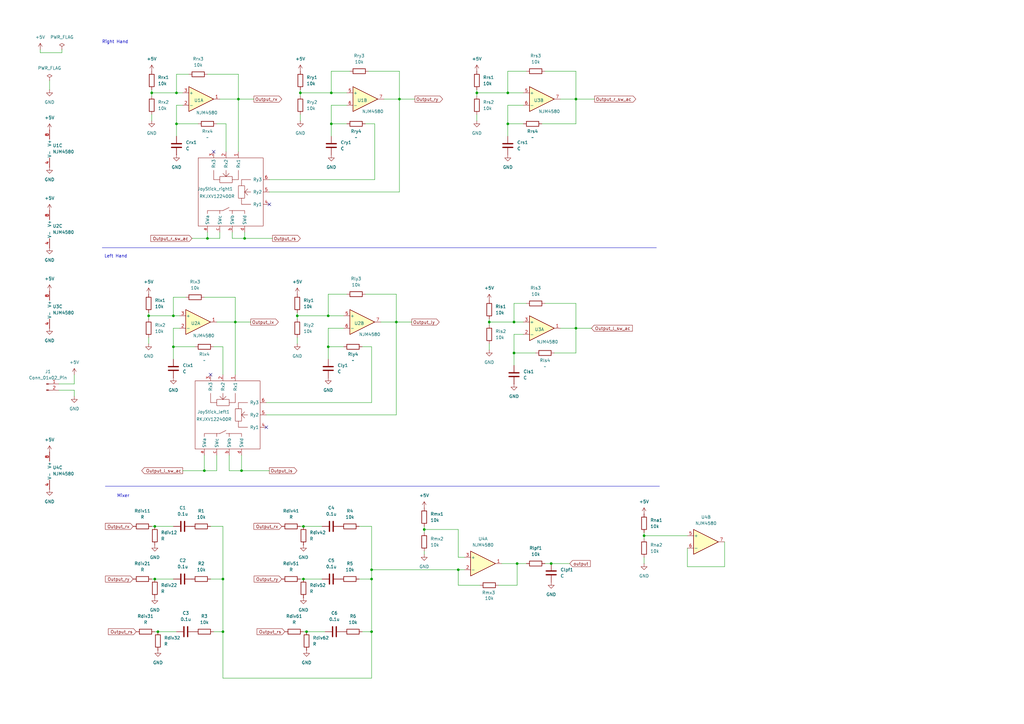
<source format=kicad_sch>
(kicad_sch (version 20231120) (generator "eeschema") (generator_version "8.0")
  (paper "A3")
  (lib_symbols
    (symbol "Amplifier_Operational:NJM4580" (pin_names (offset 0.127))
      (property "Reference" "U" (at 0 5.08 0))
      (property "Value" "NJM4580" (at 0 -5.08 0))
      (symbol "NJM4580_1_1"
        (pin output line (at 7.62 0 180) (length 2.54) (name "~") (number "1"))
        (pin input line (at -7.62 -2.54 0) (length 2.54) (name "-") (number "2"))
        (pin input line (at -7.62 2.54 0) (length 2.54) (name "+") (number "3"))
      )
      (symbol "NJM4580_2_1"
        (pin input line (at -7.62 2.54 0) (length 2.54) (name "+") (number "5"))
        (pin input line (at -7.62 -2.54 0) (length 2.54) (name "-") (number "6"))
        (pin output line (at 7.62 0 180) (length 2.54) (name "~") (number "7"))
      )
      (symbol "NJM4580_3_1"
        (pin power_in line (at -2.54 -7.62 90) (length 3.81) (name "V-") (number "4"))
        (pin power_in line (at -2.54 7.62 270) (length 3.81) (name "V+") (number "8"))
      )
    )
    (symbol "Connector:Conn_01x02_Pin" (pin_names (offset 1.016) hide)
      (property "Reference" "J" (at 0 2.54 0))
      (property "Value" "Conn_01x02_Pin" (at 0 -5.08 0))
      (symbol "Conn_01x02_Pin_1_1"
        (pin passive line (at 5.08 0 180) (length 3.81) (name "Pin_1") (number "1"))
        (pin passive line (at 5.08 -2.54 180) (length 3.81) (name "Pin_2") (number "2"))
      )
    )
    (symbol "Device:C" (pin_numbers hide) (pin_names (offset 0.254))
      (property "Reference" "C" (at 0.635 2.54 0))
      (property "Value" "C" (at 0.635 -2.54 0))
      (symbol "C_1_1"
        (pin passive line (at 0 3.81 270) (length 2.794) (name "~") (number "1"))
        (pin passive line (at 0 -3.81 90) (length 2.794) (name "~") (number "2"))
      )
    )
    (symbol "Device:R" (pin_numbers hide) (pin_names (offset 0))
      (property "Reference" "R" (at 2.032 0 90))
      (property "Value" "R" (at 0 0 90))
      (symbol "R_1_1"
        (pin passive line (at 0 3.81 270) (length 1.27) (name "~") (number "1"))
        (pin passive line (at 0 -3.81 90) (length 1.27) (name "~") (number "2"))
      )
    )
    (symbol "joystick:RKJXV122400R"
      (property "Reference" "U" (at -4.318 1.27 0))
      (property "Value" "RKJXV122400R" (at -3.048 -1.778 0))
      (symbol "RKJXV122400R_1_1"
        (pin passive line (at 5.08 16.51 270) (length 2.54) (name "Rx1") (number "1"))
        (pin passive line (at 0 16.51 270) (length 2.54) (name "Rx2") (number "2"))
        (pin passive line (at -5.08 16.51 270) (length 2.54) (name "Rx3") (number "3"))
        (pin passive line (at 17.78 -5.08 180) (length 2.54) (name "Ry1") (number "4"))
        (pin passive line (at 17.78 0 180) (length 2.54) (name "Ry2") (number "5"))
        (pin passive line (at 17.78 5.08 180) (length 2.54) (name "Ry3") (number "6"))
        (pin passive line (at -7.62 -16.51 90) (length 2.54) (name "SWa") (number "a"))
        (pin passive line (at 2.54 -16.51 90) (length 2.54) (name "SWb") (number "b"))
        (pin passive line (at -2.54 -16.51 90) (length 2.54) (name "SWc") (number "c"))
        (pin passive line (at 7.62 -16.51 90) (length 2.54) (name "SWd") (number "d"))
      )
    )
    (symbol "power:+5V" (power) (pin_numbers hide) (pin_names (offset 0) hide)
      (property "Value" "+5V" (at 0 3.556 0))
      (symbol "+5V_1_1"
        (pin power_in line (at 0 0 90) (length 0) (name "~") (number "1"))
      )
    )
    (symbol "power:GND" (power) (pin_numbers hide) (pin_names (offset 0) hide)
      (property "Value" "GND" (at 0 -3.81 0))
      (symbol "GND_1_1"
        (pin power_in line (at 0 0 270) (length 0) (name "~") (number "1"))
      )
    )
    (symbol "power:PWR_FLAG" (power) (pin_numbers hide) (pin_names (offset 0) hide)
      (property "Value" "PWR_FLAG" (at 0 3.81 0))
      (symbol "PWR_FLAG_0_0"
        (pin power_out line (at 0 0 90) (length 0) (name "~") (number "1"))
      )
    )
  )
  (junction (at 236.22 40.64))
  (junction (at 83.82 193.04))
  (junction (at 124.46 237.49))
  (junction (at 72.39 38.1))
  (junction (at 60.96 129.54))
  (junction (at 162.56 132.08))
  (junction (at 135.89 50.8))
  (junction (at 264.16 219.71))
  (junction (at 72.39 50.8))
  (junction (at 226.06 231.14))
  (junction (at 208.28 38.1))
  (junction (at 91.44 259.08))
  (junction (at 99.06 193.04))
  (junction (at 64.77 259.08))
  (junction (at 152.4 259.08))
  (junction (at 152.4 233.68))
  (junction (at 163.83 40.64))
  (junction (at 121.92 129.54))
  (junction (at 195.58 38.1))
  (junction (at 62.23 38.1))
  (junction (at 212.09 231.14))
  (junction (at 134.62 129.54))
  (junction (at 152.4 237.49))
  (junction (at 100.33 97.79))
  (junction (at 210.82 132.08))
  (junction (at 236.22 134.62))
  (junction (at 173.99 217.17))
  (junction (at 63.5 237.49))
  (junction (at 97.79 40.64))
  (junction (at 135.89 38.1))
  (junction (at 134.62 142.24))
  (junction (at 71.12 129.54))
  (junction (at 91.44 237.49))
  (junction (at 96.52 132.08))
  (junction (at 208.28 50.8))
  (junction (at 85.09 97.79))
  (junction (at 124.46 215.9))
  (junction (at 71.12 142.24))
  (junction (at 125.73 259.08))
  (junction (at 210.82 144.78))
  (junction (at 123.19 38.1))
  (junction (at 200.66 132.08))
  (junction (at 63.5 215.9))
  (junction (at 187.96 233.68))
  (no_connect (at 109.22 175.26))
  (no_connect (at 87.63 62.23))
  (no_connect (at 110.49 83.82))
  (no_connect (at 86.36 153.67))
  (wire (pts (xy 134.62 142.24) (xy 140.97 142.24)))
  (wire (pts (xy 125.73 259.08) (xy 124.46 259.08)))
  (wire (pts (xy 163.83 40.64) (xy 163.83 78.74)))
  (wire (pts (xy 264.16 218.44) (xy 264.16 219.71)))
  (wire (pts (xy 16.51 21.59) (xy 25.4 21.59)))
  (wire (pts (xy 124.46 237.49) (xy 132.08 237.49)))
  (wire (pts (xy 215.9 124.46) (xy 210.82 124.46)))
  (wire (pts (xy 90.17 97.79) (xy 90.17 95.25)))
  (wire (pts (xy 96.52 132.08) (xy 96.52 153.67)))
  (wire (pts (xy 204.47 240.03) (xy 212.09 240.03)))
  (polyline (pts (xy 41.91 101.6) (xy 269.24 101.6)))
  (wire (pts (xy 63.5 237.49) (xy 62.23 237.49)))
  (wire (pts (xy 156.21 132.08) (xy 162.56 132.08)))
  (polyline (pts (xy 43.18 199.39) (xy 270.51 199.39)))
  (wire (pts (xy 195.58 36.83) (xy 195.58 38.1)))
  (wire (pts (xy 91.44 237.49) (xy 91.44 259.08)))
  (wire (pts (xy 20.32 33.02) (xy 20.32 36.83)))
  (wire (pts (xy 109.22 165.1) (xy 152.4 165.1)))
  (wire (pts (xy 149.86 120.65) (xy 162.56 120.65)))
  (wire (pts (xy 187.96 233.68) (xy 187.96 240.03)))
  (wire (pts (xy 223.52 29.21) (xy 236.22 29.21)))
  (wire (pts (xy 123.19 46.99) (xy 123.19 49.53)))
  (wire (pts (xy 72.39 38.1) (xy 74.93 38.1)))
  (wire (pts (xy 190.5 233.68) (xy 187.96 233.68)))
  (wire (pts (xy 124.46 215.9) (xy 132.08 215.9)))
  (wire (pts (xy 72.39 50.8) (xy 81.28 50.8)))
  (wire (pts (xy 71.12 142.24) (xy 80.01 142.24)))
  (wire (pts (xy 62.23 38.1) (xy 62.23 39.37)))
  (wire (pts (xy 297.18 222.25) (xy 297.18 232.41)))
  (wire (pts (xy 110.49 73.66) (xy 153.67 73.66)))
  (wire (pts (xy 71.12 134.62) (xy 71.12 142.24)))
  (wire (pts (xy 134.62 134.62) (xy 134.62 142.24)))
  (wire (pts (xy 60.96 129.54) (xy 71.12 129.54)))
  (wire (pts (xy 30.48 157.48) (xy 30.48 153.67)))
  (wire (pts (xy 187.96 233.68) (xy 152.4 233.68)))
  (wire (pts (xy 134.62 129.54) (xy 140.97 129.54)))
  (wire (pts (xy 236.22 29.21) (xy 236.22 40.64)))
  (wire (pts (xy 236.22 144.78) (xy 236.22 134.62)))
  (wire (pts (xy 148.59 259.08) (xy 152.4 259.08)))
  (wire (pts (xy 223.52 231.14) (xy 226.06 231.14)))
  (wire (pts (xy 123.19 38.1) (xy 123.19 39.37)))
  (wire (pts (xy 83.82 193.04) (xy 88.9 193.04)))
  (wire (pts (xy 25.4 20.32) (xy 25.4 21.59)))
  (wire (pts (xy 91.44 278.13) (xy 152.4 278.13)))
  (wire (pts (xy 125.73 259.08) (xy 133.35 259.08)))
  (wire (pts (xy 264.16 228.6) (xy 264.16 231.14)))
  (wire (pts (xy 223.52 124.46) (xy 236.22 124.46)))
  (wire (pts (xy 24.13 160.02) (xy 30.48 160.02)))
  (wire (pts (xy 85.09 97.79) (xy 90.17 97.79)))
  (wire (pts (xy 77.47 30.48) (xy 72.39 30.48)))
  (wire (pts (xy 30.48 160.02) (xy 30.48 162.56)))
  (wire (pts (xy 24.13 157.48) (xy 30.48 157.48)))
  (wire (pts (xy 208.28 38.1) (xy 214.63 38.1)))
  (wire (pts (xy 236.22 124.46) (xy 236.22 134.62)))
  (wire (pts (xy 99.06 193.04) (xy 110.49 193.04)))
  (wire (pts (xy 200.66 140.97) (xy 200.66 143.51)))
  (wire (pts (xy 281.94 232.41) (xy 297.18 232.41)))
  (wire (pts (xy 91.44 142.24) (xy 91.44 153.67)))
  (wire (pts (xy 214.63 137.16) (xy 210.82 137.16)))
  (wire (pts (xy 60.96 138.43) (xy 60.96 140.97)))
  (wire (pts (xy 236.22 134.62) (xy 242.57 134.62)))
  (wire (pts (xy 91.44 215.9) (xy 91.44 237.49)))
  (wire (pts (xy 135.89 38.1) (xy 142.24 38.1)))
  (wire (pts (xy 92.71 50.8) (xy 92.71 62.23)))
  (wire (pts (xy 200.66 132.08) (xy 200.66 133.35)))
  (wire (pts (xy 64.77 259.08) (xy 63.5 259.08)))
  (wire (pts (xy 88.9 193.04) (xy 88.9 186.69)))
  (wire (pts (xy 151.13 29.21) (xy 163.83 29.21)))
  (wire (pts (xy 96.52 121.92) (xy 96.52 132.08)))
  (wire (pts (xy 152.4 237.49) (xy 152.4 259.08)))
  (wire (pts (xy 83.82 121.92) (xy 96.52 121.92)))
  (wire (pts (xy 152.4 215.9) (xy 152.4 233.68)))
  (wire (pts (xy 72.39 30.48) (xy 72.39 38.1)))
  (wire (pts (xy 93.98 186.69) (xy 93.98 193.04)))
  (wire (pts (xy 173.99 217.17) (xy 173.99 218.44)))
  (wire (pts (xy 212.09 231.14) (xy 215.9 231.14)))
  (wire (pts (xy 152.4 233.68) (xy 152.4 237.49)))
  (wire (pts (xy 123.19 36.83) (xy 123.19 38.1)))
  (wire (pts (xy 121.92 128.27) (xy 121.92 129.54)))
  (wire (pts (xy 16.51 20.32) (xy 16.51 21.59)))
  (wire (pts (xy 163.83 40.64) (xy 170.18 40.64)))
  (wire (pts (xy 195.58 46.99) (xy 195.58 49.53)))
  (wire (pts (xy 124.46 215.9) (xy 123.19 215.9)))
  (wire (pts (xy 214.63 43.18) (xy 208.28 43.18)))
  (wire (pts (xy 71.12 121.92) (xy 71.12 129.54)))
  (wire (pts (xy 64.77 259.08) (xy 72.39 259.08)))
  (wire (pts (xy 173.99 215.9) (xy 173.99 217.17)))
  (wire (pts (xy 100.33 97.79) (xy 100.33 95.25)))
  (wire (pts (xy 88.9 50.8) (xy 92.71 50.8)))
  (wire (pts (xy 60.96 128.27) (xy 60.96 129.54)))
  (wire (pts (xy 72.39 50.8) (xy 72.39 55.88)))
  (wire (pts (xy 60.96 129.54) (xy 60.96 130.81)))
  (wire (pts (xy 229.87 40.64) (xy 236.22 40.64)))
  (wire (pts (xy 162.56 120.65) (xy 162.56 132.08)))
  (wire (pts (xy 208.28 29.21) (xy 208.28 38.1)))
  (wire (pts (xy 229.87 134.62) (xy 236.22 134.62)))
  (wire (pts (xy 86.36 237.49) (xy 91.44 237.49)))
  (wire (pts (xy 63.5 215.9) (xy 62.23 215.9)))
  (wire (pts (xy 140.97 134.62) (xy 134.62 134.62)))
  (wire (pts (xy 153.67 50.8) (xy 149.86 50.8)))
  (wire (pts (xy 63.5 237.49) (xy 71.12 237.49)))
  (wire (pts (xy 210.82 137.16) (xy 210.82 144.78)))
  (wire (pts (xy 96.52 132.08) (xy 102.87 132.08)))
  (wire (pts (xy 95.25 97.79) (xy 100.33 97.79)))
  (wire (pts (xy 147.32 215.9) (xy 152.4 215.9)))
  (wire (pts (xy 210.82 132.08) (xy 214.63 132.08)))
  (wire (pts (xy 208.28 50.8) (xy 214.63 50.8)))
  (wire (pts (xy 152.4 142.24) (xy 148.59 142.24)))
  (wire (pts (xy 142.24 120.65) (xy 134.62 120.65)))
  (wire (pts (xy 134.62 120.65) (xy 134.62 129.54)))
  (wire (pts (xy 153.67 50.8) (xy 153.67 73.66)))
  (wire (pts (xy 97.79 40.64) (xy 97.79 62.23)))
  (wire (pts (xy 187.96 240.03) (xy 196.85 240.03)))
  (wire (pts (xy 157.48 40.64) (xy 163.83 40.64)))
  (wire (pts (xy 93.98 193.04) (xy 99.06 193.04)))
  (wire (pts (xy 62.23 38.1) (xy 72.39 38.1)))
  (wire (pts (xy 236.22 40.64) (xy 236.22 50.8)))
  (wire (pts (xy 86.36 215.9) (xy 91.44 215.9)))
  (wire (pts (xy 163.83 29.21) (xy 163.83 40.64)))
  (wire (pts (xy 215.9 29.21) (xy 208.28 29.21)))
  (wire (pts (xy 187.96 217.17) (xy 187.96 228.6)))
  (wire (pts (xy 97.79 30.48) (xy 97.79 40.64)))
  (wire (pts (xy 121.92 138.43) (xy 121.92 140.97)))
  (wire (pts (xy 173.99 217.17) (xy 187.96 217.17)))
  (wire (pts (xy 85.09 30.48) (xy 97.79 30.48)))
  (wire (pts (xy 71.12 129.54) (xy 73.66 129.54)))
  (wire (pts (xy 76.2 121.92) (xy 71.12 121.92)))
  (wire (pts (xy 200.66 132.08) (xy 210.82 132.08)))
  (wire (pts (xy 236.22 40.64) (xy 243.84 40.64)))
  (wire (pts (xy 264.16 219.71) (xy 264.16 220.98)))
  (wire (pts (xy 124.46 237.49) (xy 123.19 237.49)))
  (wire (pts (xy 110.49 78.74) (xy 163.83 78.74)))
  (wire (pts (xy 123.19 38.1) (xy 135.89 38.1)))
  (wire (pts (xy 152.4 142.24) (xy 152.4 165.1)))
  (wire (pts (xy 162.56 132.08) (xy 162.56 170.18)))
  (wire (pts (xy 173.99 226.06) (xy 173.99 227.33)))
  (wire (pts (xy 100.33 97.79) (xy 111.76 97.79)))
  (wire (pts (xy 87.63 142.24) (xy 91.44 142.24)))
  (wire (pts (xy 121.92 129.54) (xy 121.92 130.81)))
  (wire (pts (xy 85.09 97.79) (xy 85.09 95.25)))
  (wire (pts (xy 210.82 144.78) (xy 210.82 149.86)))
  (wire (pts (xy 71.12 142.24) (xy 71.12 147.32)))
  (wire (pts (xy 152.4 278.13) (xy 152.4 259.08)))
  (wire (pts (xy 95.25 95.25) (xy 95.25 97.79)))
  (wire (pts (xy 226.06 231.14) (xy 233.68 231.14)))
  (wire (pts (xy 227.33 144.78) (xy 236.22 144.78)))
  (wire (pts (xy 205.74 231.14) (xy 212.09 231.14)))
  (wire (pts (xy 195.58 38.1) (xy 208.28 38.1)))
  (wire (pts (xy 208.28 43.18) (xy 208.28 50.8)))
  (wire (pts (xy 134.62 142.24) (xy 134.62 147.32)))
  (wire (pts (xy 143.51 29.21) (xy 135.89 29.21)))
  (wire (pts (xy 210.82 144.78) (xy 219.71 144.78)))
  (wire (pts (xy 147.32 237.49) (xy 152.4 237.49)))
  (wire (pts (xy 91.44 259.08) (xy 91.44 278.13)))
  (wire (pts (xy 90.17 40.64) (xy 97.79 40.64)))
  (wire (pts (xy 121.92 129.54) (xy 134.62 129.54)))
  (wire (pts (xy 72.39 43.18) (xy 72.39 50.8)))
  (wire (pts (xy 83.82 186.69) (xy 83.82 193.04)))
  (wire (pts (xy 195.58 38.1) (xy 195.58 39.37)))
  (wire (pts (xy 135.89 29.21) (xy 135.89 38.1)))
  (wire (pts (xy 109.22 170.18) (xy 162.56 170.18)))
  (wire (pts (xy 135.89 50.8) (xy 142.24 50.8)))
  (wire (pts (xy 73.66 134.62) (xy 71.12 134.62)))
  (wire (pts (xy 210.82 124.46) (xy 210.82 132.08)))
  (wire (pts (xy 208.28 50.8) (xy 208.28 55.88)))
  (wire (pts (xy 187.96 228.6) (xy 190.5 228.6)))
  (wire (pts (xy 162.56 132.08) (xy 168.91 132.08)))
  (wire (pts (xy 135.89 50.8) (xy 135.89 55.88)))
  (wire (pts (xy 74.93 193.04) (xy 83.82 193.04)))
  (wire (pts (xy 135.89 43.18) (xy 135.89 50.8)))
  (wire (pts (xy 88.9 132.08) (xy 96.52 132.08)))
  (wire (pts (xy 200.66 130.81) (xy 200.66 132.08)))
  (wire (pts (xy 212.09 240.03) (xy 212.09 231.14)))
  (wire (pts (xy 281.94 224.79) (xy 281.94 232.41)))
  (wire (pts (xy 142.24 43.18) (xy 135.89 43.18)))
  (wire (pts (xy 62.23 46.99) (xy 62.23 49.53)))
  (wire (pts (xy 74.93 43.18) (xy 72.39 43.18)))
  (wire (pts (xy 62.23 36.83) (xy 62.23 38.1)))
  (wire (pts (xy 87.63 259.08) (xy 91.44 259.08)))
  (wire (pts (xy 97.79 40.64) (xy 104.14 40.64)))
  (wire (pts (xy 99.06 186.69) (xy 99.06 193.04)))
  (wire (pts (xy 222.25 50.8) (xy 236.22 50.8)))
  (wire (pts (xy 78.74 97.79) (xy 85.09 97.79)))
  (wire (pts (xy 63.5 215.9) (xy 71.12 215.9)))
  (wire (pts (xy 264.16 219.71) (xy 281.94 219.71)))
  (text "Mixer" (at 50.546 203.454 0) (effects (font (size 1.27 1.27))))
  (text "Left Hand" (at 47.498 105.156 0) (effects (font (size 1.27 1.27))))
  (text "Right Hand" (exclude_from_sim yes) (at 47.244 17.272 0) (effects (font (size 1.27 1.27))))
  (global_label "output" (shape input) (at 233.68 231.14 0) (property "Intersheetrefs" "${INTERSHEET_REFS}" (effects (hide yes))))
  (global_label "Output_l_sw_ac" (shape input) (at 242.57 134.62 0) (property "Intersheetrefs" "${INTERSHEET_REFS}" (effects (hide yes))))
  (global_label "Output_rs" (shape input) (at 116.84 259.08 180) (property "Intersheetrefs" "${INTERSHEET_REFS}" (effects (hide yes))))
  (global_label "Output_rx" (shape output) (at 104.14 40.64 0) (property "Intersheetrefs" "${INTERSHEET_REFS}" (effects (hide yes))))
  (global_label "Output_rx" (shape input) (at 115.57 215.9 180) (property "Intersheetrefs" "${INTERSHEET_REFS}" (effects (hide yes))))
  (global_label "Output_ls" (shape output) (at 110.49 193.04 0) (property "Intersheetrefs" "${INTERSHEET_REFS}" (effects (hide yes))))
  (global_label "Output_ly" (shape output) (at 168.91 132.08 0) (property "Intersheetrefs" "${INTERSHEET_REFS}" (effects (hide yes))))
  (global_label "Output_rx" (shape input) (at 54.61 215.9 180) (property "Intersheetrefs" "${INTERSHEET_REFS}" (effects (hide yes))))
  (global_label "Output_rs" (shape input) (at 55.88 259.08 180) (property "Intersheetrefs" "${INTERSHEET_REFS}" (effects (hide yes))))
  (global_label "Output_lx" (shape output) (at 102.87 132.08 0) (property "Intersheetrefs" "${INTERSHEET_REFS}" (effects (hide yes))))
  (global_label "Output_ry" (shape output) (at 170.18 40.64 0) (property "Intersheetrefs" "${INTERSHEET_REFS}" (effects (hide yes))))
  (global_label "Output_l_sw_ac" (shape output) (at 74.93 193.04 180) (property "Intersheetrefs" "${INTERSHEET_REFS}" (effects (hide yes))))
  (global_label "Output_r_sw_ac" (shape output) (at 243.84 40.64 0) (property "Intersheetrefs" "${INTERSHEET_REFS}" (effects (hide yes))))
  (global_label "Output_rs" (shape output) (at 111.76 97.79 0) (property "Intersheetrefs" "${INTERSHEET_REFS}" (effects (hide yes))))
  (global_label "Output_r_sw_ac" (shape input) (at 78.74 97.79 180) (property "Intersheetrefs" "${INTERSHEET_REFS}" (effects (hide yes))))
  (global_label "Output_ry" (shape input) (at 115.57 237.49 180) (property "Intersheetrefs" "${INTERSHEET_REFS}" (effects (hide yes))))
  (global_label "Output_ry" (shape input) (at 54.61 237.49 180) (property "Intersheetrefs" "${INTERSHEET_REFS}" (effects (hide yes))))
  (symbol (lib_id "power:GND") (at 200.66 143.51 0) (unit 1)
    (property "Reference" "#PWR018" (effects (hide yes)))
    (property "Value" "GND" (at 200.66 148.59 0))
    (property "Description" "Power symbol creates a global label with name \"GND\" , ground" (effects (hide yes)))
  )
  (symbol (lib_id "power:GND") (at 64.77 266.7 0) (unit 1)
    (property "Reference" "#PWR037" (effects (hide yes)))
    (property "Value" "GND" (at 64.77 271.78 0))
    (property "Description" "Power symbol creates a global label with name \"GND\" , ground" (effects (hide yes)))
  )
  (symbol (lib_id "Device:R") (at 200.66 240.03 270) (unit 1)
    (property "Reference" "Rmx3" (at 200.406 243.078 90))
    (property "Value" "10k" (at 200.66 245.364 90))
    (property "Footprint" "Resistor_THT:R_Axial_DIN0207_L6.3mm_D2.5mm_P7.62mm_Horizontal" (effects (hide yes)))
    (property "Description" "Resistor" (effects (hide yes)))
  )
  (symbol (lib_id "Device:R") (at 223.52 144.78 90) (unit 1)
    (property "Reference" "Rls4" (at 223.52 147.828 90))
    (property "Value" "~" (at 223.52 150.368 90))
    (property "Footprint" "Resistor_THT:R_Axial_DIN0207_L6.3mm_D2.5mm_P7.62mm_Horizontal" (effects (hide yes)))
    (property "Description" "Resistor" (effects (hide yes)))
  )
  (symbol (lib_id "power:GND") (at 134.62 154.94 0) (unit 1)
    (property "Reference" "#PWR016" (effects (hide yes)))
    (property "Value" "GND" (at 134.62 160.02 0))
    (property "Description" "Power symbol creates a global label with name \"GND\" , ground" (effects (hide yes)))
  )
  (symbol (lib_id "power:PWR_FLAG") (at 20.32 33.02 0) (unit 1)
    (property "Reference" "#FLG02" (effects (hide yes)))
    (property "Value" "PWR_FLAG" (at 20.32 27.94 0))
    (property "Description" "Special symbol for telling ERC where power comes from" (effects (hide yes)))
  )
  (symbol (lib_id "power:GND") (at 60.96 140.97 0) (unit 1)
    (property "Reference" "#PWR09" (effects (hide yes)))
    (property "Value" "GND" (at 60.96 146.05 0))
    (property "Description" "Power symbol creates a global label with name \"GND\" , ground" (effects (hide yes)))
  )
  (symbol (lib_id "power:+5V") (at 173.99 208.28 0) (unit 1)
    (property "Reference" "#PWR031" (effects (hide yes)))
    (property "Value" "+5V" (at 173.99 203.2 0))
    (property "Description" "Power symbol creates a global label with name \"+5V\"" (effects (hide yes)))
  )
  (symbol (lib_id "Device:R") (at 144.78 142.24 90) (unit 1)
    (property "Reference" "Rly4" (at 144.78 145.288 90))
    (property "Value" "~" (at 144.78 147.828 90))
    (property "Footprint" "Resistor_THT:R_Axial_DIN0207_L6.3mm_D2.5mm_P7.62mm_Horizontal" (effects (hide yes)))
    (property "Description" "Resistor" (effects (hide yes)))
  )
  (symbol (lib_id "Amplifier_Operational:NJM4580") (at 82.55 40.64 0) (unit 1)
    (property "Reference" "U1" (at 81.534 41.148 0))
    (property "Value" "NJM4580" (at 84.836 46.228 0))
    (property "Footprint" "Package_DIP:DIP-8_W7.62mm" (effects (hide yes)))
    (property "Datasheet" "http://www.njr.com/semicon/PDF/NJM4580_E.pdf" (effects (hide yes)))
    (property "Description" "Dual Operational Amplifier, DIP-8/DMP-8/SIP-8/MSOP-8/SOP-8/SSOP-8" (effects (hide yes)))
  )
  (symbol (lib_id "power:GND") (at 20.32 101.6 0) (unit 1)
    (property "Reference" "#PWR024" (effects (hide yes)))
    (property "Value" "GND" (at 20.32 106.68 0))
    (property "Description" "Power symbol creates a global label with name \"GND\" , ground" (effects (hide yes)))
  )
  (symbol (lib_id "Device:R") (at 219.71 29.21 90) (unit 1)
    (property "Reference" "Rrs3" (at 219.71 22.86 90))
    (property "Value" "10k" (at 219.71 25.4 90))
    (property "Footprint" "Resistor_THT:R_Axial_DIN0207_L6.3mm_D2.5mm_P7.62mm_Horizontal" (effects (hide yes)))
    (property "Description" "Resistor" (effects (hide yes)))
  )
  (symbol (lib_id "power:+5V") (at 121.92 120.65 0) (unit 1)
    (property "Reference" "#PWR014" (effects (hide yes)))
    (property "Value" "+5V" (at 121.92 115.57 0))
    (property "Description" "Power symbol creates a global label with name \"+5V\"" (effects (hide yes)))
  )
  (symbol (lib_id "power:GND") (at 208.28 63.5 0) (unit 1)
    (property "Reference" "#PWR022" (effects (hide yes)))
    (property "Value" "GND" (at 208.28 68.58 0))
    (property "Description" "Power symbol creates a global label with name \"GND\" , ground" (effects (hide yes)))
  )
  (symbol (lib_id "power:+5V") (at 20.32 119.38 0) (unit 1)
    (property "Reference" "#PWR025" (effects (hide yes)))
    (property "Value" "+5V" (at 20.32 114.3 0))
    (property "Description" "Power symbol creates a global label with name \"+5V\"" (effects (hide yes)))
  )
  (symbol (lib_id "Device:R") (at 146.05 50.8 90) (unit 1)
    (property "Reference" "Rry4" (at 146.05 53.848 90))
    (property "Value" "~" (at 146.05 56.388 90))
    (property "Footprint" "Resistor_THT:R_Axial_DIN0207_L6.3mm_D2.5mm_P7.62mm_Horizontal" (effects (hide yes)))
    (property "Description" "Resistor" (effects (hide yes)))
  )
  (symbol (lib_id "Device:C") (at 76.2 259.08 90) (unit 1)
    (property "Reference" "C3" (at 76.2 251.46 90))
    (property "Value" "0.1u" (at 76.2 254 90))
    (property "Footprint" "Capacitor_THT:C_Disc_D3.8mm_W2.6mm_P2.50mm" (effects (hide yes)))
    (property "Description" "Unpolarized capacitor" (effects (hide yes)))
  )
  (symbol (lib_id "Device:R") (at 147.32 29.21 90) (unit 1)
    (property "Reference" "Rry3" (at 147.32 22.86 90))
    (property "Value" "10k" (at 147.32 25.4 90))
    (property "Footprint" "Resistor_THT:R_Axial_DIN0207_L6.3mm_D2.5mm_P7.62mm_Horizontal" (effects (hide yes)))
    (property "Description" "Resistor" (effects (hide yes)))
  )
  (symbol (lib_id "Amplifier_Operational:NJM4580") (at 22.86 127 0) (unit 3)
    (property "Reference" "U3" (at 21.59 125.7299 0) (effects (justify left)))
    (property "Value" "NJM4580" (at 21.59 128.2699 0) (effects (justify left)))
    (property "Footprint" "Package_DIP:DIP-8_W7.62mm" (effects (hide yes)))
    (property "Datasheet" "http://www.njr.com/semicon/PDF/NJM4580_E.pdf" (effects (hide yes)))
    (property "Description" "Dual Operational Amplifier, DIP-8/DMP-8/SIP-8/MSOP-8/SOP-8/SSOP-8" (effects (hide yes)))
  )
  (symbol (lib_id "power:GND") (at 20.32 36.83 0) (unit 1)
    (property "Reference" "#PWR02" (effects (hide yes)))
    (property "Value" "GND" (at 20.32 41.91 0))
    (property "Description" "Power symbol creates a global label with name \"GND\" , ground" (effects (hide yes)))
  )
  (symbol (lib_id "Device:C") (at 135.89 59.69 0) (unit 1)
    (property "Reference" "Cry1" (at 139.7 58.4199 0) (effects (justify left)))
    (property "Value" "C" (at 139.7 60.9599 0) (effects (justify left)))
    (property "Footprint" "Capacitor_THT:C_Disc_D3.8mm_W2.6mm_P2.50mm" (effects (hide yes)))
    (property "Description" "Unpolarized capacitor" (effects (hide yes)))
  )
  (symbol (lib_id "Amplifier_Operational:NJM4580") (at 198.12 231.14 0) (unit 1)
    (property "Reference" "U4" (at 198.12 220.98 0))
    (property "Value" "NJM4580" (at 198.12 223.52 0))
    (property "Footprint" "Package_DIP:DIP-8_W7.62mm" (effects (hide yes)))
    (property "Datasheet" "http://www.njr.com/semicon/PDF/NJM4580_E.pdf" (effects (hide yes)))
    (property "Description" "Dual Operational Amplifier, DIP-8/DMP-8/SIP-8/MSOP-8/SOP-8/SSOP-8" (effects (hide yes)))
  )
  (symbol (lib_id "Device:C") (at 135.89 237.49 90) (unit 1)
    (property "Reference" "C5" (at 135.89 229.87 90))
    (property "Value" "0.1u" (at 135.89 232.41 90))
    (property "Footprint" "Capacitor_THT:C_Disc_D3.8mm_W2.6mm_P2.50mm" (effects (hide yes)))
    (property "Description" "Unpolarized capacitor" (effects (hide yes)))
  )
  (symbol (lib_id "Device:C") (at 72.39 59.69 0) (unit 1)
    (property "Reference" "Crx1" (at 76.2 58.4199 0) (effects (justify left)))
    (property "Value" "C" (at 76.2 60.9599 0) (effects (justify left)))
    (property "Footprint" "Capacitor_THT:C_Disc_D3.8mm_W2.6mm_P2.50mm" (effects (hide yes)))
    (property "Description" "Unpolarized capacitor" (effects (hide yes)))
  )
  (symbol (lib_id "Device:R") (at 82.55 237.49 90) (unit 1)
    (property "Reference" "R2" (at 82.55 231.14 90))
    (property "Value" "10k" (at 82.55 233.68 90))
    (property "Footprint" "Resistor_THT:R_Axial_DIN0207_L6.3mm_D2.5mm_P7.62mm_Horizontal" (effects (hide yes)))
    (property "Description" "Resistor" (effects (hide yes)))
  )
  (symbol (lib_id "power:GND") (at 20.32 200.66 0) (unit 1)
    (property "Reference" "#PWR030" (effects (hide yes)))
    (property "Value" "GND" (at 20.32 205.74 0))
    (property "Description" "Power symbol creates a global label with name \"GND\" , ground" (effects (hide yes)))
  )
  (symbol (lib_id "power:GND") (at 195.58 49.53 0) (unit 1)
    (property "Reference" "#PWR021" (effects (hide yes)))
    (property "Value" "GND" (at 195.58 54.61 0))
    (property "Description" "Power symbol creates a global label with name \"GND\" , ground" (effects (hide yes)))
  )
  (symbol (lib_id "Device:R") (at 219.71 124.46 90) (unit 1)
    (property "Reference" "Rls3" (at 219.71 118.11 90))
    (property "Value" "10k" (at 219.71 120.65 90))
    (property "Footprint" "Resistor_THT:R_Axial_DIN0207_L6.3mm_D2.5mm_P7.62mm_Horizontal" (effects (hide yes)))
    (property "Description" "Resistor" (effects (hide yes)))
  )
  (symbol (lib_id "Device:R") (at 123.19 33.02 0) (unit 1)
    (property "Reference" "Rry1" (at 125.73 31.7499 0) (effects (justify left)))
    (property "Value" "10k" (at 125.73 34.2899 0) (effects (justify left)))
    (property "Footprint" "Resistor_THT:R_Axial_DIN0207_L6.3mm_D2.5mm_P7.62mm_Horizontal" (effects (hide yes)))
    (property "Description" "Resistor" (effects (hide yes)))
  )
  (symbol (lib_id "power:+5V") (at 62.23 29.21 0) (unit 1)
    (property "Reference" "#PWR05" (effects (hide yes)))
    (property "Value" "+5V" (at 62.23 24.13 0))
    (property "Description" "Power symbol creates a global label with name \"+5V\"" (effects (hide yes)))
  )
  (symbol (lib_id "Device:R") (at 63.5 241.3 0) (unit 1)
    (property "Reference" "Rdiv22" (at 66.04 240.0299 0) (effects (justify left)))
    (property "Value" "R" (at 66.04 242.5699 0) (effects (justify left)))
    (property "Footprint" "Resistor_THT:R_Axial_DIN0207_L6.3mm_D2.5mm_P7.62mm_Horizontal" (effects (hide yes)))
    (property "Description" "Resistor" (effects (hide yes)))
  )
  (symbol (lib_id "Amplifier_Operational:NJM4580") (at 149.86 40.64 0) (unit 2)
    (property "Reference" "U1" (at 148.59 41.148 0))
    (property "Value" "NJM4580" (at 152.908 45.72 0))
    (property "Footprint" "Package_DIP:DIP-8_W7.62mm" (effects (hide yes)))
    (property "Datasheet" "http://www.njr.com/semicon/PDF/NJM4580_E.pdf" (effects (hide yes)))
    (property "Description" "Dual Operational Amplifier, DIP-8/DMP-8/SIP-8/MSOP-8/SOP-8/SSOP-8" (effects (hide yes)))
  )
  (symbol (lib_id "Amplifier_Operational:NJM4580") (at 289.56 222.25 0) (unit 2)
    (property "Reference" "U4" (at 289.56 212.09 0))
    (property "Value" "NJM4580" (at 289.56 214.63 0))
    (property "Footprint" "Package_DIP:DIP-8_W7.62mm" (effects (hide yes)))
    (property "Datasheet" "http://www.njr.com/semicon/PDF/NJM4580_E.pdf" (effects (hide yes)))
    (property "Description" "Dual Operational Amplifier, DIP-8/DMP-8/SIP-8/MSOP-8/SOP-8/SSOP-8" (effects (hide yes)))
  )
  (symbol (lib_id "Device:R") (at 146.05 120.65 90) (unit 1)
    (property "Reference" "Rly3" (at 146.05 114.3 90))
    (property "Value" "10k" (at 146.05 116.84 90))
    (property "Footprint" "Resistor_THT:R_Axial_DIN0207_L6.3mm_D2.5mm_P7.62mm_Horizontal" (effects (hide yes)))
    (property "Description" "Resistor" (effects (hide yes)))
  )
  (symbol (lib_id "Device:R") (at 124.46 241.3 0) (unit 1)
    (property "Reference" "Rdiv52" (at 127 240.0299 0) (effects (justify left)))
    (property "Value" "R" (at 127 242.5699 0) (effects (justify left)))
    (property "Footprint" "Resistor_THT:R_Axial_DIN0207_L6.3mm_D2.5mm_P7.62mm_Horizontal" (effects (hide yes)))
    (property "Description" "Resistor" (effects (hide yes)))
  )
  (symbol (lib_id "joystick:RKJXV122400R") (at 91.44 170.18 0) (unit 1)
    (property "Reference" "JoyStick_left1" (at 94.234 168.91 0) (effects (justify right)))
    (property "Value" "RKJXV122400R" (at 94.996 171.958 0) (effects (justify right)))
    (property "Footprint" "myjoystick:RKJXV122400R" (effects (hide yes)))
  )
  (symbol (lib_id "Device:R") (at 120.65 259.08 90) (unit 1)
    (property "Reference" "Rdiv61" (at 120.65 252.73 90))
    (property "Value" "R" (at 120.65 255.27 90))
    (property "Footprint" "Resistor_THT:R_Axial_DIN0207_L6.3mm_D2.5mm_P7.62mm_Horizontal" (effects (hide yes)))
    (property "Description" "Resistor" (effects (hide yes)))
  )
  (symbol (lib_id "Device:C") (at 71.12 151.13 0) (unit 1)
    (property "Reference" "Clx1" (at 74.93 149.8599 0) (effects (justify left)))
    (property "Value" "C" (at 74.93 152.3999 0) (effects (justify left)))
    (property "Footprint" "Capacitor_THT:C_Disc_D3.8mm_W2.6mm_P2.50mm" (effects (hide yes)))
    (property "Description" "Unpolarized capacitor" (effects (hide yes)))
  )
  (symbol (lib_id "power:+5V") (at 60.96 120.65 0) (unit 1)
    (property "Reference" "#PWR08" (effects (hide yes)))
    (property "Value" "+5V" (at 60.96 115.57 0))
    (property "Description" "Power symbol creates a global label with name \"+5V\"" (effects (hide yes)))
  )
  (symbol (lib_id "power:GND") (at 71.12 154.94 0) (unit 1)
    (property "Reference" "#PWR010" (effects (hide yes)))
    (property "Value" "GND" (at 71.12 160.02 0))
    (property "Description" "Power symbol creates a global label with name \"GND\" , ground" (effects (hide yes)))
  )
  (symbol (lib_id "Device:R") (at 62.23 43.18 0) (unit 1)
    (property "Reference" "Rrx2" (at 64.77 41.9099 0) (effects (justify left)))
    (property "Value" "10k" (at 64.77 44.4499 0) (effects (justify left)))
    (property "Footprint" "Resistor_THT:R_Axial_DIN0207_L6.3mm_D2.5mm_P7.62mm_Horizontal" (effects (hide yes)))
    (property "Description" "Resistor" (effects (hide yes)))
  )
  (symbol (lib_id "Amplifier_Operational:NJM4580") (at 22.86 60.96 0) (unit 3)
    (property "Reference" "U1" (at 21.59 59.6899 0) (effects (justify left)))
    (property "Value" "NJM4580" (at 21.59 62.2299 0) (effects (justify left)))
    (property "Footprint" "Package_DIP:DIP-8_W7.62mm" (effects (hide yes)))
    (property "Datasheet" "http://www.njr.com/semicon/PDF/NJM4580_E.pdf" (effects (hide yes)))
    (property "Description" "Dual Operational Amplifier, DIP-8/DMP-8/SIP-8/MSOP-8/SOP-8/SSOP-8" (effects (hide yes)))
  )
  (symbol (lib_id "Amplifier_Operational:NJM4580") (at 148.59 132.08 0) (unit 2)
    (property "Reference" "U2" (at 147.32 132.588 0))
    (property "Value" "NJM4580" (at 151.638 137.16 0))
    (property "Footprint" "Package_DIP:DIP-8_W7.62mm" (effects (hide yes)))
    (property "Datasheet" "http://www.njr.com/semicon/PDF/NJM4580_E.pdf" (effects (hide yes)))
    (property "Description" "Dual Operational Amplifier, DIP-8/DMP-8/SIP-8/MSOP-8/SOP-8/SSOP-8" (effects (hide yes)))
  )
  (symbol (lib_id "power:GND") (at 226.06 238.76 0) (unit 1)
    (property "Reference" "#PWR041" (effects (hide yes)))
    (property "Value" "GND" (at 226.06 243.84 0))
    (property "Description" "Power symbol creates a global label with name \"GND\" , ground" (effects (hide yes)))
  )
  (symbol (lib_id "joystick:RKJXV122400R") (at 92.71 78.74 0) (unit 1)
    (property "Reference" "JoyStick_right1" (at 95.504 77.47 0) (effects (justify right)))
    (property "Value" "RKJXV122400R" (at 96.266 80.518 0) (effects (justify right)))
    (property "Footprint" "myjoystick:RKJXV122400R" (effects (hide yes)))
  )
  (symbol (lib_id "power:GND") (at 124.46 223.52 0) (unit 1)
    (property "Reference" "#PWR038" (effects (hide yes)))
    (property "Value" "GND" (at 124.46 228.6 0))
    (property "Description" "Power symbol creates a global label with name \"GND\" , ground" (effects (hide yes)))
  )
  (symbol (lib_id "power:GND") (at 135.89 63.5 0) (unit 1)
    (property "Reference" "#PWR013" (effects (hide yes)))
    (property "Value" "GND" (at 135.89 68.58 0))
    (property "Description" "Power symbol creates a global label with name \"GND\" , ground" (effects (hide yes)))
  )
  (symbol (lib_id "Device:C") (at 74.93 215.9 90) (unit 1)
    (property "Reference" "C1" (at 74.93 208.28 90))
    (property "Value" "0.1u" (at 74.93 210.82 90))
    (property "Footprint" "Capacitor_THT:C_Disc_D3.8mm_W2.6mm_P2.50mm" (effects (hide yes)))
    (property "Description" "Unpolarized capacitor" (effects (hide yes)))
  )
  (symbol (lib_id "Device:C") (at 137.16 259.08 90) (unit 1)
    (property "Reference" "C6" (at 137.16 251.46 90))
    (property "Value" "0.1u" (at 137.16 254 90))
    (property "Footprint" "Capacitor_THT:C_Disc_D3.8mm_W2.6mm_P2.50mm" (effects (hide yes)))
    (property "Description" "Unpolarized capacitor" (effects (hide yes)))
  )
  (symbol (lib_id "power:+5V") (at 20.32 53.34 0) (unit 1)
    (property "Reference" "#PWR04" (effects (hide yes)))
    (property "Value" "+5V" (at 20.32 48.26 0))
    (property "Description" "Power symbol creates a global label with name \"+5V\"" (effects (hide yes)))
  )
  (symbol (lib_id "Device:R") (at 82.55 215.9 90) (unit 1)
    (property "Reference" "R1" (at 82.55 209.55 90))
    (property "Value" "10k" (at 82.55 212.09 90))
    (property "Footprint" "Resistor_THT:R_Axial_DIN0207_L6.3mm_D2.5mm_P7.62mm_Horizontal" (effects (hide yes)))
    (property "Description" "Resistor" (effects (hide yes)))
  )
  (symbol (lib_id "Device:R") (at 195.58 33.02 0) (unit 1)
    (property "Reference" "Rrs1" (at 198.12 31.7499 0) (effects (justify left)))
    (property "Value" "10k" (at 198.12 34.2899 0) (effects (justify left)))
    (property "Footprint" "Resistor_THT:R_Axial_DIN0207_L6.3mm_D2.5mm_P7.62mm_Horizontal" (effects (hide yes)))
    (property "Description" "Resistor" (effects (hide yes)))
  )
  (symbol (lib_id "power:+5V") (at 16.51 20.32 0) (unit 1)
    (property "Reference" "#PWR01" (effects (hide yes)))
    (property "Value" "+5V" (at 16.51 15.24 0))
    (property "Description" "Power symbol creates a global label with name \"+5V\"" (effects (hide yes)))
  )
  (symbol (lib_id "Device:C") (at 226.06 234.95 0) (unit 1)
    (property "Reference" "Clpf1" (at 229.87 233.6799 0) (effects (justify left)))
    (property "Value" "C" (at 229.87 236.2199 0) (effects (justify left)))
    (property "Footprint" "Capacitor_THT:C_Disc_D3.8mm_W2.6mm_P2.50mm" (effects (hide yes)))
    (property "Description" "Unpolarized capacitor" (effects (hide yes)))
  )
  (symbol (lib_id "power:GND") (at 30.48 162.56 0) (unit 1)
    (property "Reference" "#PWR028" (effects (hide yes)))
    (property "Value" "GND" (at 30.48 167.64 0))
    (property "Description" "Power symbol creates a global label with name \"GND\" , ground" (effects (hide yes)))
  )
  (symbol (lib_id "power:GND") (at 121.92 140.97 0) (unit 1)
    (property "Reference" "#PWR015" (effects (hide yes)))
    (property "Value" "GND" (at 121.92 146.05 0))
    (property "Description" "Power symbol creates a global label with name \"GND\" , ground" (effects (hide yes)))
  )
  (symbol (lib_id "power:+5V") (at 200.66 123.19 0) (unit 1)
    (property "Reference" "#PWR017" (effects (hide yes)))
    (property "Value" "+5V" (at 200.66 118.11 0))
    (property "Description" "Power symbol creates a global label with name \"+5V\"" (effects (hide yes)))
  )
  (symbol (lib_id "Device:R") (at 60.96 134.62 0) (unit 1)
    (property "Reference" "Rlx2" (at 63.5 133.3499 0) (effects (justify left)))
    (property "Value" "10k" (at 63.5 135.8899 0) (effects (justify left)))
    (property "Footprint" "Resistor_THT:R_Axial_DIN0207_L6.3mm_D2.5mm_P7.62mm_Horizontal" (effects (hide yes)))
    (property "Description" "Resistor" (effects (hide yes)))
  )
  (symbol (lib_id "power:GND") (at 124.46 245.11 0) (unit 1)
    (property "Reference" "#PWR039" (effects (hide yes)))
    (property "Value" "GND" (at 124.46 250.19 0))
    (property "Description" "Power symbol creates a global label with name \"GND\" , ground" (effects (hide yes)))
  )
  (symbol (lib_id "power:+5V") (at 20.32 86.36 0) (unit 1)
    (property "Reference" "#PWR023" (effects (hide yes)))
    (property "Value" "+5V" (at 20.32 81.28 0))
    (property "Description" "Power symbol creates a global label with name \"+5V\"" (effects (hide yes)))
  )
  (symbol (lib_id "Device:R") (at 58.42 215.9 90) (unit 1)
    (property "Reference" "Rdiv11" (at 58.42 209.55 90))
    (property "Value" "R" (at 58.42 212.09 90))
    (property "Footprint" "Resistor_THT:R_Axial_DIN0207_L6.3mm_D2.5mm_P7.62mm_Horizontal" (effects (hide yes)))
    (property "Description" "Resistor" (effects (hide yes)))
  )
  (symbol (lib_id "Device:R") (at 143.51 215.9 90) (unit 1)
    (property "Reference" "R4" (at 143.51 209.55 90))
    (property "Value" "10k" (at 143.51 212.09 90))
    (property "Footprint" "Resistor_THT:R_Axial_DIN0207_L6.3mm_D2.5mm_P7.62mm_Horizontal" (effects (hide yes)))
    (property "Description" "Resistor" (effects (hide yes)))
  )
  (symbol (lib_id "Device:R") (at 264.16 214.63 0) (unit 1)
    (property "Reference" "Rna1" (at 266.7 213.3599 0) (effects (justify left)))
    (property "Value" "10k" (at 266.7 215.8999 0) (effects (justify left)))
    (property "Footprint" "Resistor_THT:R_Axial_DIN0207_L6.3mm_D2.5mm_P7.62mm_Horizontal" (effects (hide yes)))
    (property "Description" "Resistor" (effects (hide yes)))
  )
  (symbol (lib_id "Device:R") (at 81.28 30.48 90) (unit 1)
    (property "Reference" "Rrx3" (at 81.28 24.13 90))
    (property "Value" "10k" (at 81.28 26.67 90))
    (property "Footprint" "Resistor_THT:R_Axial_DIN0207_L6.3mm_D2.5mm_P7.62mm_Horizontal" (effects (hide yes)))
    (property "Description" "Resistor" (effects (hide yes)))
  )
  (symbol (lib_id "power:+5V") (at 20.32 185.42 0) (unit 1)
    (property "Reference" "#PWR029" (effects (hide yes)))
    (property "Value" "+5V" (at 20.32 180.34 0))
    (property "Description" "Power symbol creates a global label with name \"+5V\"" (effects (hide yes)))
  )
  (symbol (lib_id "Device:R") (at 195.58 43.18 0) (unit 1)
    (property "Reference" "Rrs2" (at 198.12 41.9099 0) (effects (justify left)))
    (property "Value" "10k" (at 198.12 44.4499 0) (effects (justify left)))
    (property "Footprint" "Resistor_THT:R_Axial_DIN0207_L6.3mm_D2.5mm_P7.62mm_Horizontal" (effects (hide yes)))
    (property "Description" "Resistor" (effects (hide yes)))
  )
  (symbol (lib_id "Device:C") (at 135.89 215.9 90) (unit 1)
    (property "Reference" "C4" (at 135.89 208.28 90))
    (property "Value" "0.1u" (at 135.89 210.82 90))
    (property "Footprint" "Capacitor_THT:C_Disc_D3.8mm_W2.6mm_P2.50mm" (effects (hide yes)))
    (property "Description" "Unpolarized capacitor" (effects (hide yes)))
  )
  (symbol (lib_id "power:GND") (at 123.19 49.53 0) (unit 1)
    (property "Reference" "#PWR012" (effects (hide yes)))
    (property "Value" "GND" (at 123.19 54.61 0))
    (property "Description" "Power symbol creates a global label with name \"GND\" , ground" (effects (hide yes)))
  )
  (symbol (lib_id "power:+5V") (at 123.19 29.21 0) (unit 1)
    (property "Reference" "#PWR011" (effects (hide yes)))
    (property "Value" "+5V" (at 123.19 24.13 0))
    (property "Description" "Power symbol creates a global label with name \"+5V\"" (effects (hide yes)))
  )
  (symbol (lib_id "power:GND") (at 125.73 266.7 0) (unit 1)
    (property "Reference" "#PWR040" (effects (hide yes)))
    (property "Value" "GND" (at 125.73 271.78 0))
    (property "Description" "Power symbol creates a global label with name \"GND\" , ground" (effects (hide yes)))
  )
  (symbol (lib_id "Device:C") (at 210.82 153.67 0) (unit 1)
    (property "Reference" "Cls1" (at 214.63 152.3999 0) (effects (justify left)))
    (property "Value" "C" (at 214.63 154.9399 0) (effects (justify left)))
    (property "Footprint" "Capacitor_THT:C_Disc_D3.8mm_W2.6mm_P2.50mm" (effects (hide yes)))
    (property "Description" "Unpolarized capacitor" (effects (hide yes)))
  )
  (symbol (lib_id "Amplifier_Operational:NJM4580") (at 81.28 132.08 0) (unit 1)
    (property "Reference" "U2" (at 80.264 132.588 0))
    (property "Value" "NJM4580" (at 83.566 137.668 0))
    (property "Footprint" "Package_DIP:DIP-8_W7.62mm" (effects (hide yes)))
    (property "Datasheet" "http://www.njr.com/semicon/PDF/NJM4580_E.pdf" (effects (hide yes)))
    (property "Description" "Dual Operational Amplifier, DIP-8/DMP-8/SIP-8/MSOP-8/SOP-8/SSOP-8" (effects (hide yes)))
  )
  (symbol (lib_id "Device:R") (at 218.44 50.8 90) (unit 1)
    (property "Reference" "Rrs4" (at 218.44 53.848 90))
    (property "Value" "~" (at 218.44 56.388 90))
    (property "Footprint" "Resistor_THT:R_Axial_DIN0207_L6.3mm_D2.5mm_P7.62mm_Horizontal" (effects (hide yes)))
    (property "Description" "Resistor" (effects (hide yes)))
  )
  (symbol (lib_id "power:GND") (at 210.82 157.48 0) (unit 1)
    (property "Reference" "#PWR019" (effects (hide yes)))
    (property "Value" "GND" (at 210.82 162.56 0))
    (property "Description" "Power symbol creates a global label with name \"GND\" , ground" (effects (hide yes)))
  )
  (symbol (lib_id "Device:R") (at 124.46 219.71 0) (unit 1)
    (property "Reference" "Rdiv42" (at 127 218.4399 0) (effects (justify left)))
    (property "Value" "R" (at 127 220.9799 0) (effects (justify left)))
    (property "Footprint" "Resistor_THT:R_Axial_DIN0207_L6.3mm_D2.5mm_P7.62mm_Horizontal" (effects (hide yes)))
    (property "Description" "Resistor" (effects (hide yes)))
  )
  (symbol (lib_id "power:GND") (at 63.5 223.52 0) (unit 1)
    (property "Reference" "#PWR035" (effects (hide yes)))
    (property "Value" "GND" (at 63.5 228.6 0))
    (property "Description" "Power symbol creates a global label with name \"GND\" , ground" (effects (hide yes)))
  )
  (symbol (lib_id "Device:R") (at 125.73 262.89 0) (unit 1)
    (property "Reference" "Rdiv62" (at 128.27 261.6199 0) (effects (justify left)))
    (property "Value" "R" (at 128.27 264.1599 0) (effects (justify left)))
    (property "Footprint" "Resistor_THT:R_Axial_DIN0207_L6.3mm_D2.5mm_P7.62mm_Horizontal" (effects (hide yes)))
    (property "Description" "Resistor" (effects (hide yes)))
  )
  (symbol (lib_id "power:+5V") (at 30.48 153.67 0) (unit 1)
    (property "Reference" "#PWR027" (effects (hide yes)))
    (property "Value" "+5V" (at 30.48 148.59 0))
    (property "Description" "Power symbol creates a global label with name \"+5V\"" (effects (hide yes)))
  )
  (symbol (lib_id "Connector:Conn_01x02_Pin") (at 19.05 157.48 0) (unit 1)
    (property "Reference" "J1" (at 19.685 152.4 0))
    (property "Value" "Conn_01x02_Pin" (at 19.685 154.94 0))
    (property "Footprint" "TerminalBlock:TerminalBlock_bornier-2_P5.08mm" (effects (hide yes)))
    (property "Description" "Generic connector, single row, 01x02, script generated" (effects (hide yes)))
  )
  (symbol (lib_id "Device:R") (at 83.82 259.08 90) (unit 1)
    (property "Reference" "R3" (at 83.82 252.73 90))
    (property "Value" "10k" (at 83.82 255.27 90))
    (property "Footprint" "Resistor_THT:R_Axial_DIN0207_L6.3mm_D2.5mm_P7.62mm_Horizontal" (effects (hide yes)))
    (property "Description" "Resistor" (effects (hide yes)))
  )
  (symbol (lib_id "Device:R") (at 200.66 137.16 0) (unit 1)
    (property "Reference" "Rls2" (at 203.2 135.8899 0) (effects (justify left)))
    (property "Value" "10k" (at 203.2 138.4299 0) (effects (justify left)))
    (property "Footprint" "Resistor_THT:R_Axial_DIN0207_L6.3mm_D2.5mm_P7.62mm_Horizontal" (effects (hide yes)))
    (property "Description" "Resistor" (effects (hide yes)))
  )
  (symbol (lib_id "Device:R") (at 119.38 237.49 90) (unit 1)
    (property "Reference" "Rdiv51" (at 119.38 231.14 90))
    (property "Value" "R" (at 119.38 233.68 90))
    (property "Footprint" "Resistor_THT:R_Axial_DIN0207_L6.3mm_D2.5mm_P7.62mm_Horizontal" (effects (hide yes)))
    (property "Description" "Resistor" (effects (hide yes)))
  )
  (symbol (lib_id "Device:C") (at 74.93 237.49 90) (unit 1)
    (property "Reference" "C2" (at 74.93 229.87 90))
    (property "Value" "0.1u" (at 74.93 232.41 90))
    (property "Footprint" "Capacitor_THT:C_Disc_D3.8mm_W2.6mm_P2.50mm" (effects (hide yes)))
    (property "Description" "Unpolarized capacitor" (effects (hide yes)))
  )
  (symbol (lib_id "Amplifier_Operational:NJM4580") (at 22.86 93.98 0) (unit 3)
    (property "Reference" "U2" (at 21.59 92.7099 0) (effects (justify left)))
    (property "Value" "NJM4580" (at 21.59 95.2499 0) (effects (justify left)))
    (property "Footprint" "Package_DIP:DIP-8_W7.62mm" (effects (hide yes)))
    (property "Datasheet" "http://www.njr.com/semicon/PDF/NJM4580_E.pdf" (effects (hide yes)))
    (property "Description" "Dual Operational Amplifier, DIP-8/DMP-8/SIP-8/MSOP-8/SOP-8/SSOP-8" (effects (hide yes)))
  )
  (symbol (lib_id "Device:R") (at 144.78 259.08 90) (unit 1)
    (property "Reference" "R6" (at 144.78 252.73 90))
    (property "Value" "10k" (at 144.78 255.27 90))
    (property "Footprint" "Resistor_THT:R_Axial_DIN0207_L6.3mm_D2.5mm_P7.62mm_Horizontal" (effects (hide yes)))
    (property "Description" "Resistor" (effects (hide yes)))
  )
  (symbol (lib_id "Device:R") (at 264.16 224.79 0) (unit 1)
    (property "Reference" "Rna2" (at 266.7 223.5199 0) (effects (justify left)))
    (property "Value" "10k" (at 266.7 226.0599 0) (effects (justify left)))
    (property "Footprint" "Resistor_THT:R_Axial_DIN0207_L6.3mm_D2.5mm_P7.62mm_Horizontal" (effects (hide yes)))
    (property "Description" "Resistor" (effects (hide yes)))
  )
  (symbol (lib_id "power:GND") (at 62.23 49.53 0) (unit 1)
    (property "Reference" "#PWR06" (effects (hide yes)))
    (property "Value" "GND" (at 62.23 54.61 0))
    (property "Description" "Power symbol creates a global label with name \"GND\" , ground" (effects (hide yes)))
  )
  (symbol (lib_id "Amplifier_Operational:NJM4580") (at 222.25 40.64 0) (unit 2)
    (property "Reference" "U3" (at 220.98 41.148 0))
    (property "Value" "NJM4580" (at 225.298 45.72 0))
    (property "Footprint" "Package_DIP:DIP-8_W7.62mm" (effects (hide yes)))
    (property "Datasheet" "http://www.njr.com/semicon/PDF/NJM4580_E.pdf" (effects (hide yes)))
    (property "Description" "Dual Operational Amplifier, DIP-8/DMP-8/SIP-8/MSOP-8/SOP-8/SSOP-8" (effects (hide yes)))
  )
  (symbol (lib_id "Device:R") (at 83.82 142.24 90) (unit 1)
    (property "Reference" "Rlx4" (at 83.82 145.288 90))
    (property "Value" "~" (at 83.82 147.828 90))
    (property "Footprint" "Resistor_THT:R_Axial_DIN0207_L6.3mm_D2.5mm_P7.62mm_Horizontal" (effects (hide yes)))
    (property "Description" "Resistor" (effects (hide yes)))
  )
  (symbol (lib_id "Device:R") (at 121.92 134.62 0) (unit 1)
    (property "Reference" "Rly2" (at 124.46 133.3499 0) (effects (justify left)))
    (property "Value" "10k" (at 124.46 135.8899 0) (effects (justify left)))
    (property "Footprint" "Resistor_THT:R_Axial_DIN0207_L6.3mm_D2.5mm_P7.62mm_Horizontal" (effects (hide yes)))
    (property "Description" "Resistor" (effects (hide yes)))
  )
  (symbol (lib_id "Device:R") (at 123.19 43.18 0) (unit 1)
    (property "Reference" "Rry2" (at 125.73 41.9099 0) (effects (justify left)))
    (property "Value" "10k" (at 125.73 44.4499 0) (effects (justify left)))
    (property "Footprint" "Resistor_THT:R_Axial_DIN0207_L6.3mm_D2.5mm_P7.62mm_Horizontal" (effects (hide yes)))
    (property "Description" "Resistor" (effects (hide yes)))
  )
  (symbol (lib_id "Device:R") (at 64.77 262.89 0) (unit 1)
    (property "Reference" "Rdiv32" (at 67.31 261.6199 0) (effects (justify left)))
    (property "Value" "R" (at 67.31 264.1599 0) (effects (justify left)))
    (property "Footprint" "Resistor_THT:R_Axial_DIN0207_L6.3mm_D2.5mm_P7.62mm_Horizontal" (effects (hide yes)))
    (property "Description" "Resistor" (effects (hide yes)))
  )
  (symbol (lib_id "Device:R") (at 58.42 237.49 90) (unit 1)
    (property "Reference" "Rdiv21" (at 58.42 231.14 90))
    (property "Value" "R" (at 58.42 233.68 90))
    (property "Footprint" "Resistor_THT:R_Axial_DIN0207_L6.3mm_D2.5mm_P7.62mm_Horizontal" (effects (hide yes)))
    (property "Description" "Resistor" (effects (hide yes)))
  )
  (symbol (lib_id "Device:R") (at 63.5 219.71 0) (unit 1)
    (property "Reference" "Rdiv12" (at 66.04 218.4399 0) (effects (justify left)))
    (property "Value" "R" (at 66.04 220.9799 0) (effects (justify left)))
    (property "Footprint" "Resistor_THT:R_Axial_DIN0207_L6.3mm_D2.5mm_P7.62mm_Horizontal" (effects (hide yes)))
    (property "Description" "Resistor" (effects (hide yes)))
  )
  (symbol (lib_id "power:GND") (at 72.39 63.5 0) (unit 1)
    (property "Reference" "#PWR07" (effects (hide yes)))
    (property "Value" "GND" (at 72.39 68.58 0))
    (property "Description" "Power symbol creates a global label with name \"GND\" , ground" (effects (hide yes)))
  )
  (symbol (lib_id "Device:R") (at 121.92 124.46 0) (unit 1)
    (property "Reference" "Rly1" (at 124.46 123.1899 0) (effects (justify left)))
    (property "Value" "10k" (at 124.46 125.7299 0) (effects (justify left)))
    (property "Footprint" "Resistor_THT:R_Axial_DIN0207_L6.3mm_D2.5mm_P7.62mm_Horizontal" (effects (hide yes)))
    (property "Description" "Resistor" (effects (hide yes)))
  )
  (symbol (lib_id "Device:R") (at 200.66 127 0) (unit 1)
    (property "Reference" "Rls1" (at 203.2 125.7299 0) (effects (justify left)))
    (property "Value" "10k" (at 203.2 128.2699 0) (effects (justify left)))
    (property "Footprint" "Resistor_THT:R_Axial_DIN0207_L6.3mm_D2.5mm_P7.62mm_Horizontal" (effects (hide yes)))
    (property "Description" "Resistor" (effects (hide yes)))
  )
  (symbol (lib_id "Device:R") (at 60.96 124.46 0) (unit 1)
    (property "Reference" "Rlx1" (at 63.5 123.1899 0) (effects (justify left)))
    (property "Value" "10k" (at 63.5 125.7299 0) (effects (justify left)))
    (property "Footprint" "Resistor_THT:R_Axial_DIN0207_L6.3mm_D2.5mm_P7.62mm_Horizontal" (effects (hide yes)))
    (property "Description" "Resistor" (effects (hide yes)))
  )
  (symbol (lib_id "power:+5V") (at 264.16 210.82 0) (unit 1)
    (property "Reference" "#PWR033" (effects (hide yes)))
    (property "Value" "+5V" (at 264.16 205.74 0))
    (property "Description" "Power symbol creates a global label with name \"+5V\"" (effects (hide yes)))
  )
  (symbol (lib_id "Amplifier_Operational:NJM4580") (at 22.86 193.04 0) (unit 3)
    (property "Reference" "U4" (at 21.59 191.7699 0) (effects (justify left)))
    (property "Value" "NJM4580" (at 21.59 194.3099 0) (effects (justify left)))
    (property "Footprint" "Package_DIP:DIP-8_W7.62mm" (effects (hide yes)))
    (property "Datasheet" "http://www.njr.com/semicon/PDF/NJM4580_E.pdf" (effects (hide yes)))
    (property "Description" "Dual Operational Amplifier, DIP-8/DMP-8/SIP-8/MSOP-8/SOP-8/SSOP-8" (effects (hide yes)))
  )
  (symbol (lib_id "Device:C") (at 134.62 151.13 0) (unit 1)
    (property "Reference" "Cly1" (at 138.43 149.8599 0) (effects (justify left)))
    (property "Value" "C" (at 138.43 152.3999 0) (effects (justify left)))
    (property "Footprint" "Capacitor_THT:C_Disc_D3.8mm_W2.6mm_P2.50mm" (effects (hide yes)))
    (property "Description" "Unpolarized capacitor" (effects (hide yes)))
  )
  (symbol (lib_id "power:GND") (at 264.16 231.14 0) (unit 1)
    (property "Reference" "#PWR034" (effects (hide yes)))
    (property "Value" "GND" (at 264.16 236.22 0))
    (property "Description" "Power symbol creates a global label with name \"GND\" , ground" (effects (hide yes)))
  )
  (symbol (lib_id "Device:R") (at 85.09 50.8 90) (unit 1)
    (property "Reference" "Rrx4" (at 85.09 53.848 90))
    (property "Value" "~" (at 85.09 56.388 90))
    (property "Footprint" "Resistor_THT:R_Axial_DIN0207_L6.3mm_D2.5mm_P7.62mm_Horizontal" (effects (hide yes)))
    (property "Description" "Resistor" (effects (hide yes)))
  )
  (symbol (lib_id "Device:C") (at 208.28 59.69 0) (unit 1)
    (property "Reference" "Crs1" (at 212.09 58.4199 0) (effects (justify left)))
    (property "Value" "C" (at 212.09 60.9599 0) (effects (justify left)))
    (property "Footprint" "Capacitor_THT:C_Disc_D3.8mm_W2.6mm_P2.50mm" (effects (hide yes)))
    (property "Description" "Unpolarized capacitor" (effects (hide yes)))
  )
  (symbol (lib_id "Device:R") (at 173.99 222.25 0) (unit 1)
    (property "Reference" "Rmx2" (at 176.53 220.9799 0) (effects (justify left)))
    (property "Value" "10k" (at 176.53 223.5199 0) (effects (justify left)))
    (property "Footprint" "Resistor_THT:R_Axial_DIN0207_L6.3mm_D2.5mm_P7.62mm_Horizontal" (effects (hide yes)))
    (property "Description" "Resistor" (effects (hide yes)))
  )
  (symbol (lib_id "power:GND") (at 20.32 68.58 0) (unit 1)
    (property "Reference" "#PWR03" (effects (hide yes)))
    (property "Value" "GND" (at 20.32 73.66 0))
    (property "Description" "Power symbol creates a global label with name \"GND\" , ground" (effects (hide yes)))
  )
  (symbol (lib_id "power:+5V") (at 195.58 29.21 0) (unit 1)
    (property "Reference" "#PWR020" (effects (hide yes)))
    (property "Value" "+5V" (at 195.58 24.13 0))
    (property "Description" "Power symbol creates a global label with name \"+5V\"" (effects (hide yes)))
  )
  (symbol (lib_id "Device:R") (at 119.38 215.9 90) (unit 1)
    (property "Reference" "Rdiv41" (at 119.38 209.55 90))
    (property "Value" "R" (at 119.38 212.09 90))
    (property "Footprint" "Resistor_THT:R_Axial_DIN0207_L6.3mm_D2.5mm_P7.62mm_Horizontal" (effects (hide yes)))
    (property "Description" "Resistor" (effects (hide yes)))
  )
  (symbol (lib_id "Device:R") (at 80.01 121.92 90) (unit 1)
    (property "Reference" "Rlx3" (at 80.01 115.57 90))
    (property "Value" "10k" (at 80.01 118.11 90))
    (property "Footprint" "Resistor_THT:R_Axial_DIN0207_L6.3mm_D2.5mm_P7.62mm_Horizontal" (effects (hide yes)))
    (property "Description" "Resistor" (effects (hide yes)))
  )
  (symbol (lib_id "Device:R") (at 219.71 231.14 90) (unit 1)
    (property "Reference" "Rlpf1" (at 219.71 224.79 90))
    (property "Value" "10k" (at 219.71 227.33 90))
    (property "Footprint" "Resistor_THT:R_Axial_DIN0207_L6.3mm_D2.5mm_P7.62mm_Horizontal" (effects (hide yes)))
    (property "Description" "Resistor" (effects (hide yes)))
  )
  (symbol (lib_id "power:GND") (at 63.5 245.11 0) (unit 1)
    (property "Reference" "#PWR036" (effects (hide yes)))
    (property "Value" "GND" (at 63.5 250.19 0))
    (property "Description" "Power symbol creates a global label with name \"GND\" , ground" (effects (hide yes)))
  )
  (symbol (lib_id "power:GND") (at 20.32 134.62 0) (unit 1)
    (property "Reference" "#PWR026" (effects (hide yes)))
    (property "Value" "GND" (at 20.32 139.7 0))
    (property "Description" "Power symbol creates a global label with name \"GND\" , ground" (effects (hide yes)))
  )
  (symbol (lib_id "power:PWR_FLAG") (at 25.4 20.32 0) (unit 1)
    (property "Reference" "#FLG01" (effects (hide yes)))
    (property "Value" "PWR_FLAG" (at 25.4 15.24 0))
    (property "Description" "Special symbol for telling ERC where power comes from" (effects (hide yes)))
  )
  (symbol (lib_id "Device:R") (at 62.23 33.02 0) (unit 1)
    (property "Reference" "Rrx1" (at 64.77 31.7499 0) (effects (justify left)))
    (property "Value" "10k" (at 64.77 34.2899 0) (effects (justify left)))
    (property "Footprint" "Resistor_THT:R_Axial_DIN0207_L6.3mm_D2.5mm_P7.62mm_Horizontal" (effects (hide yes)))
    (property "Description" "Resistor" (effects (hide yes)))
  )
  (symbol (lib_id "power:GND") (at 173.99 227.33 0) (unit 1)
    (property "Reference" "#PWR032" (effects (hide yes)))
    (property "Value" "GND" (at 173.99 232.41 0))
    (property "Description" "Power symbol creates a global label with name \"GND\" , ground" (effects (hide yes)))
  )
  (symbol (lib_id "Amplifier_Operational:NJM4580") (at 222.25 134.62 0) (unit 1)
    (property "Reference" "U3" (at 221.234 135.128 0))
    (property "Value" "NJM4580" (at 224.536 140.208 0))
    (property "Footprint" "Package_DIP:DIP-8_W7.62mm" (effects (hide yes)))
    (property "Datasheet" "http://www.njr.com/semicon/PDF/NJM4580_E.pdf" (effects (hide yes)))
    (property "Description" "Dual Operational Amplifier, DIP-8/DMP-8/SIP-8/MSOP-8/SOP-8/SSOP-8" (effects (hide yes)))
  )
  (symbol (lib_id "Device:R") (at 143.51 237.49 90) (unit 1)
    (property "Reference" "R5" (at 143.51 231.14 90))
    (property "Value" "10k" (at 143.51 233.68 90))
    (property "Footprint" "Resistor_THT:R_Axial_DIN0207_L6.3mm_D2.5mm_P7.62mm_Horizontal" (effects (hide yes)))
    (property "Description" "Resistor" (effects (hide yes)))
  )
  (symbol (lib_id "Device:R") (at 59.69 259.08 90) (unit 1)
    (property "Reference" "Rdiv31" (at 59.69 252.73 90))
    (property "Value" "R" (at 59.69 255.27 90))
    (property "Footprint" "Resistor_THT:R_Axial_DIN0207_L6.3mm_D2.5mm_P7.62mm_Horizontal" (effects (hide yes)))
    (property "Description" "Resistor" (effects (hide yes)))
  )
  (symbol (lib_id "Device:R") (at 173.99 212.09 0) (unit 1)
    (property "Reference" "Rmx1" (at 176.53 210.8199 0) (effects (justify left)))
    (property "Value" "10k" (at 176.53 213.3599 0) (effects (justify left)))
    (property "Footprint" "Resistor_THT:R_Axial_DIN0207_L6.3mm_D2.5mm_P7.62mm_Horizontal" (effects (hide yes)))
    (property "Description" "Resistor" (effects (hide yes)))
  )
)
</source>
